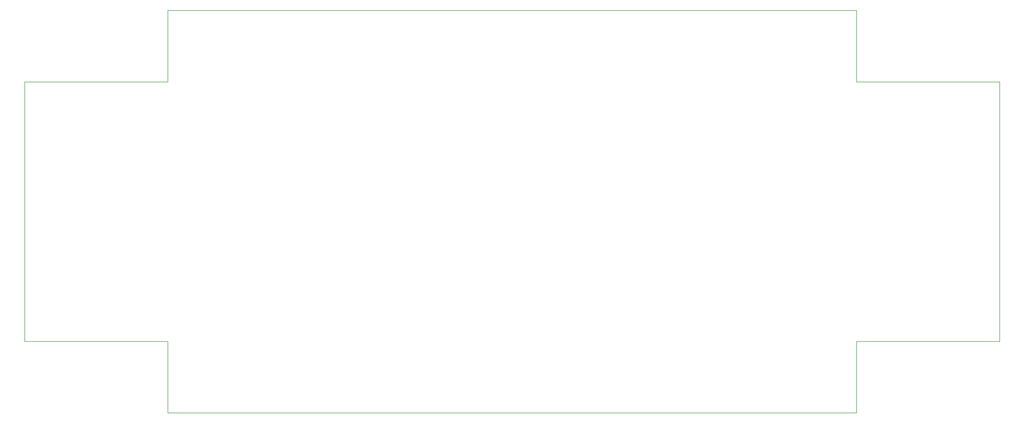
<source format=gbr>
%TF.GenerationSoftware,KiCad,Pcbnew,(5.1.9)-1*%
%TF.CreationDate,2021-03-17T19:25:06-04:00*%
%TF.ProjectId,DSKY_keyboard,44534b59-5f6b-4657-9962-6f6172642e6b,1.0*%
%TF.SameCoordinates,Original*%
%TF.FileFunction,Profile,NP*%
%FSLAX46Y46*%
G04 Gerber Fmt 4.6, Leading zero omitted, Abs format (unit mm)*
G04 Created by KiCad (PCBNEW (5.1.9)-1) date 2021-03-17 19:25:06*
%MOMM*%
%LPD*%
G01*
G04 APERTURE LIST*
%TA.AperFunction,Profile*%
%ADD10C,0.025400*%
%TD*%
%TA.AperFunction,Profile*%
%ADD11C,0.050000*%
%TD*%
G04 APERTURE END LIST*
D10*
X204560500Y-69489000D02*
X204560500Y-57138000D01*
X204560500Y-57138000D02*
X85621500Y-57138000D01*
X85621500Y-69489000D02*
X85621500Y-57138000D01*
X229301500Y-69489000D02*
X204560500Y-69489000D01*
D11*
X85621500Y-69489000D02*
X60880500Y-69489000D01*
D10*
X229301500Y-114427000D02*
X229301500Y-69489000D01*
X229301500Y-114427000D02*
X204560500Y-114427000D01*
X204560500Y-126778000D02*
X204560500Y-114427000D01*
X85621500Y-114427000D02*
X60880500Y-114427000D01*
X85621500Y-126778000D02*
X85621500Y-114427000D01*
X204560500Y-126778000D02*
X85621500Y-126778000D01*
X60880500Y-114427000D02*
X60880500Y-69489000D01*
M02*

</source>
